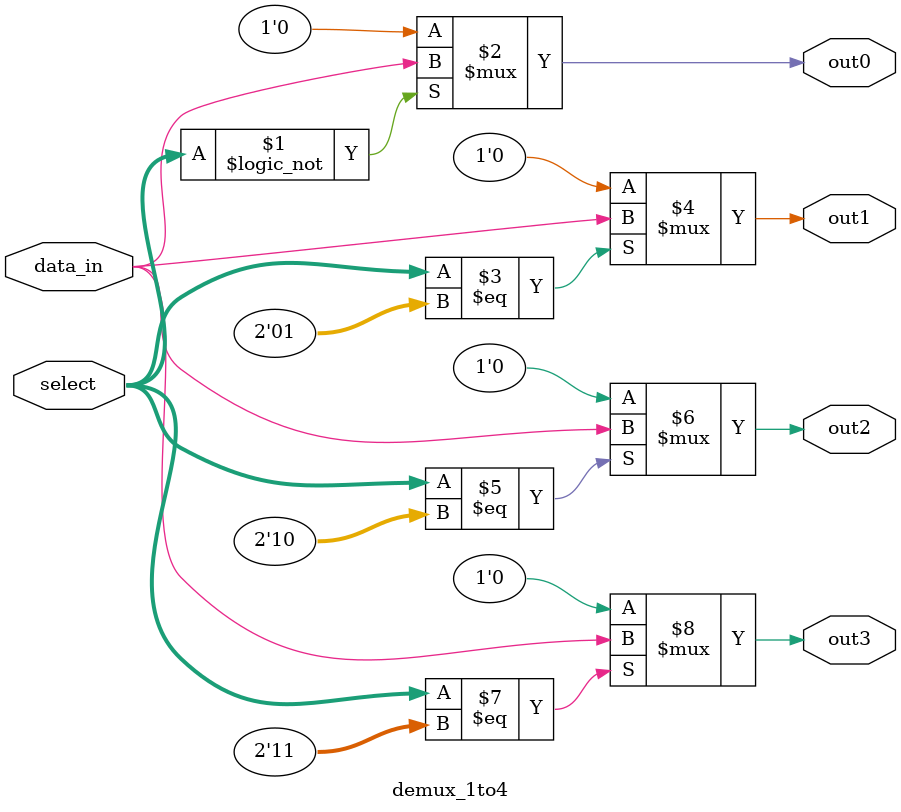
<source format=v>
module demux_1to4 (
  input wire data_in,        // Input data
  input wire [1:0] select,  // 2-bit select input
  output wire out0,         // Output 0
  output wire out1,         // Output 1
  output wire out2,         // Output 2
  output wire out3          // Output 3
);

  assign out0 = (select == 2'b00) ? data_in : 1'b0;
  assign out1 = (select == 2'b01) ? data_in : 1'b0;
  assign out2 = (select == 2'b10) ? data_in : 1'b0;
  assign out3 = (select == 2'b11) ? data_in : 1'b0;

endmodule

</source>
